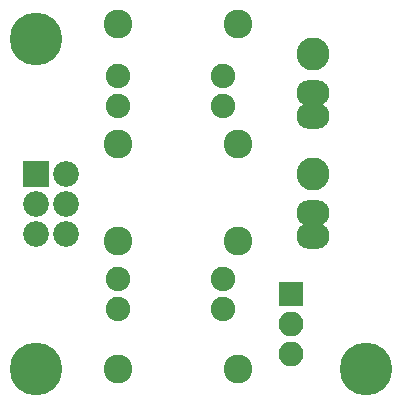
<source format=gts>
G04 #@! TF.FileFunction,Soldermask,Top*
%FSLAX46Y46*%
G04 Gerber Fmt 4.6, Leading zero omitted, Abs format (unit mm)*
G04 Created by KiCad (PCBNEW 4.0.7-e2-6376~58~ubuntu16.04.1) date Fri Sep 22 12:28:16 2017*
%MOMM*%
%LPD*%
G01*
G04 APERTURE LIST*
%ADD10C,0.050800*%
%ADD11R,2.100000X2.100000*%
%ADD12O,2.100000X2.100000*%
%ADD13C,2.076400*%
%ADD14R,2.178000X2.178000*%
%ADD15C,2.178000*%
%ADD16C,2.432000*%
%ADD17C,4.464000*%
%ADD18C,2.800000*%
%ADD19O,2.800000X2.200000*%
G04 APERTURE END LIST*
D10*
D11*
X80645000Y-54610000D03*
D12*
X80645000Y-57150000D03*
X80645000Y-59690000D03*
D13*
X74930000Y-36195000D03*
X74930000Y-38735000D03*
X66040000Y-38735000D03*
X66040000Y-36195000D03*
X74930000Y-55880000D03*
X74930000Y-53340000D03*
X66040000Y-53340000D03*
X66040000Y-55880000D03*
D14*
X59055000Y-44450000D03*
D15*
X61595000Y-44450000D03*
X59055000Y-46990000D03*
X61595000Y-46990000D03*
X59055000Y-49530000D03*
X61595000Y-49530000D03*
D16*
X66040000Y-41910000D03*
X76200000Y-41910000D03*
X66040000Y-31750000D03*
X76200000Y-31750000D03*
X66040000Y-50165000D03*
X76200000Y-50165000D03*
X76200000Y-60960000D03*
X66040000Y-60960000D03*
D17*
X59055000Y-33020000D03*
X59055000Y-60960000D03*
X86995000Y-60960000D03*
D18*
X82550000Y-44490000D03*
D19*
X82550000Y-49690000D03*
X82550000Y-47790000D03*
D18*
X82550000Y-34330000D03*
D19*
X82550000Y-39530000D03*
X82550000Y-37630000D03*
M02*

</source>
